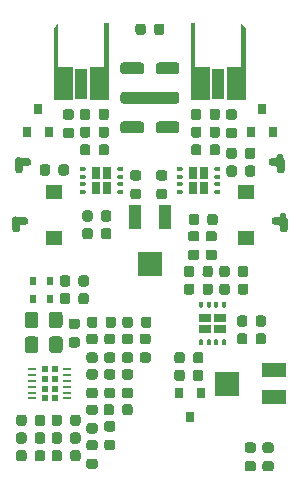
<source format=gtp>
G04 #@! TF.GenerationSoftware,KiCad,Pcbnew,5.1.9-73d0e3b20d~88~ubuntu20.04.1*
G04 #@! TF.CreationDate,2021-08-23T09:26:19+03:00*
G04 #@! TF.ProjectId,diff_probe_amplifier,64696666-5f70-4726-9f62-655f616d706c,rev?*
G04 #@! TF.SameCoordinates,Original*
G04 #@! TF.FileFunction,Paste,Top*
G04 #@! TF.FilePolarity,Positive*
%FSLAX46Y46*%
G04 Gerber Fmt 4.6, Leading zero omitted, Abs format (unit mm)*
G04 Created by KiCad (PCBNEW 5.1.9-73d0e3b20d~88~ubuntu20.04.1) date 2021-08-23 09:26:19*
%MOMM*%
%LPD*%
G01*
G04 APERTURE LIST*
%ADD10R,1.400000X1.200000*%
%ADD11R,0.500000X0.500000*%
%ADD12R,0.700000X0.250000*%
%ADD13C,0.350000*%
%ADD14R,1.100000X2.600000*%
%ADD15R,2.000000X1.300000*%
%ADD16R,2.000000X2.000000*%
%ADD17R,1.100000X2.000000*%
%ADD18R,0.800000X0.900000*%
%ADD19R,0.600000X0.700000*%
%ADD20O,0.300000X0.550000*%
%ADD21R,0.300000X0.200000*%
%ADD22R,1.000000X0.650000*%
%ADD23O,0.550000X0.300000*%
%ADD24R,0.200000X0.300000*%
%ADD25R,0.650000X1.000000*%
G04 APERTURE END LIST*
D10*
G04 #@! TO.C,C17*
X5900000Y-13000000D03*
X5900000Y-16850000D03*
G04 #@! TD*
G04 #@! TO.C,C16*
X22100000Y-16850000D03*
X22100000Y-13000000D03*
G04 #@! TD*
D11*
G04 #@! TO.C,U1*
X5075000Y-30437500D03*
X5925000Y-30437500D03*
X5075000Y-29612500D03*
X5925000Y-29612500D03*
X5075000Y-28787500D03*
X5925000Y-28787500D03*
X5925000Y-27962500D03*
X5075000Y-27962500D03*
D12*
X6950000Y-27950000D03*
X6950000Y-28450000D03*
X6950000Y-28950000D03*
X6950000Y-29450000D03*
X6950000Y-29950000D03*
X6950000Y-30450000D03*
X4050000Y-30450000D03*
X4050000Y-29950000D03*
X4050000Y-29450000D03*
X4050000Y-28950000D03*
X4050000Y-28450000D03*
X4050000Y-27950000D03*
G04 #@! TD*
D13*
G04 #@! TO.C,J8*
G36*
X5900000Y-5150000D02*
G01*
X5900000Y850000D01*
X6250000Y1350000D01*
X6250000Y-2350000D01*
X7450000Y-2350000D01*
X7450000Y-5150000D01*
X5900000Y-5150000D01*
G37*
G36*
X8950000Y-5150000D02*
G01*
X8950000Y-2350000D01*
X10150000Y-2350000D01*
X10150000Y1350000D01*
X10500000Y1350000D01*
X10500000Y-5150000D01*
X8950000Y-5150000D01*
G37*
D14*
X8200000Y-3850000D03*
G04 #@! TD*
D13*
G04 #@! TO.C,J7*
G36*
X17500000Y-5150000D02*
G01*
X17500000Y1350000D01*
X17850000Y1350000D01*
X17850000Y-2350000D01*
X19050000Y-2350000D01*
X19050000Y-5150000D01*
X17500000Y-5150000D01*
G37*
G36*
X20550000Y-5150000D02*
G01*
X20550000Y-2350000D01*
X21750000Y-2350000D01*
X21750000Y1350000D01*
X22100000Y850000D01*
X22100000Y-5150000D01*
X20550000Y-5150000D01*
G37*
D14*
X19800000Y-3850000D03*
G04 #@! TD*
D15*
G04 #@! TO.C,RV2*
X24500000Y-28050000D03*
D16*
X20500000Y-29200000D03*
D15*
X24500000Y-30350000D03*
G04 #@! TD*
D17*
G04 #@! TO.C,RV1*
X12750000Y-15100000D03*
D16*
X14000000Y-19100000D03*
D17*
X15250000Y-15100000D03*
G04 #@! TD*
G04 #@! TO.C,SW1*
G36*
G01*
X11750000Y-7000000D02*
X13250000Y-7000000D01*
G75*
G02*
X13500000Y-7250000I0J-250000D01*
G01*
X13500000Y-7750000D01*
G75*
G02*
X13250000Y-8000000I-250000J0D01*
G01*
X11750000Y-8000000D01*
G75*
G02*
X11500000Y-7750000I0J250000D01*
G01*
X11500000Y-7250000D01*
G75*
G02*
X11750000Y-7000000I250000J0D01*
G01*
G37*
G36*
G01*
X11750000Y-4500000D02*
X15250000Y-4500000D01*
G75*
G02*
X15500000Y-4750000I0J-250000D01*
G01*
X15500000Y-5250000D01*
G75*
G02*
X15250000Y-5500000I-250000J0D01*
G01*
X11750000Y-5500000D01*
G75*
G02*
X11500000Y-5250000I0J250000D01*
G01*
X11500000Y-4750000D01*
G75*
G02*
X11750000Y-4500000I250000J0D01*
G01*
G37*
G36*
G01*
X11750000Y-2000000D02*
X13250000Y-2000000D01*
G75*
G02*
X13500000Y-2250000I0J-250000D01*
G01*
X13500000Y-2750000D01*
G75*
G02*
X13250000Y-3000000I-250000J0D01*
G01*
X11750000Y-3000000D01*
G75*
G02*
X11500000Y-2750000I0J250000D01*
G01*
X11500000Y-2250000D01*
G75*
G02*
X11750000Y-2000000I250000J0D01*
G01*
G37*
G36*
G01*
X14750000Y-7000000D02*
X16250000Y-7000000D01*
G75*
G02*
X16500000Y-7250000I0J-250000D01*
G01*
X16500000Y-7750000D01*
G75*
G02*
X16250000Y-8000000I-250000J0D01*
G01*
X14750000Y-8000000D01*
G75*
G02*
X14500000Y-7750000I0J250000D01*
G01*
X14500000Y-7250000D01*
G75*
G02*
X14750000Y-7000000I250000J0D01*
G01*
G37*
G36*
G01*
X14750000Y-4500000D02*
X16250000Y-4500000D01*
G75*
G02*
X16500000Y-4750000I0J-250000D01*
G01*
X16500000Y-5250000D01*
G75*
G02*
X16250000Y-5500000I-250000J0D01*
G01*
X14750000Y-5500000D01*
G75*
G02*
X14500000Y-5250000I0J250000D01*
G01*
X14500000Y-4750000D01*
G75*
G02*
X14750000Y-4500000I250000J0D01*
G01*
G37*
G36*
G01*
X14750000Y-2000000D02*
X16250000Y-2000000D01*
G75*
G02*
X16500000Y-2250000I0J-250000D01*
G01*
X16500000Y-2750000D01*
G75*
G02*
X16250000Y-3000000I-250000J0D01*
G01*
X14750000Y-3000000D01*
G75*
G02*
X14500000Y-2750000I0J250000D01*
G01*
X14500000Y-2250000D01*
G75*
G02*
X14750000Y-2000000I250000J0D01*
G01*
G37*
G04 #@! TD*
G04 #@! TO.C,R8*
G36*
G01*
X24256250Y-35050000D02*
X23743750Y-35050000D01*
G75*
G02*
X23525000Y-34831250I0J218750D01*
G01*
X23525000Y-34393750D01*
G75*
G02*
X23743750Y-34175000I218750J0D01*
G01*
X24256250Y-34175000D01*
G75*
G02*
X24475000Y-34393750I0J-218750D01*
G01*
X24475000Y-34831250D01*
G75*
G02*
X24256250Y-35050000I-218750J0D01*
G01*
G37*
G36*
G01*
X24256250Y-36625000D02*
X23743750Y-36625000D01*
G75*
G02*
X23525000Y-36406250I0J218750D01*
G01*
X23525000Y-35968750D01*
G75*
G02*
X23743750Y-35750000I218750J0D01*
G01*
X24256250Y-35750000D01*
G75*
G02*
X24475000Y-35968750I0J-218750D01*
G01*
X24475000Y-36406250D01*
G75*
G02*
X24256250Y-36625000I-218750J0D01*
G01*
G37*
G04 #@! TD*
G04 #@! TO.C,R7*
G36*
G01*
X16950000Y-28243750D02*
X16950000Y-28756250D01*
G75*
G02*
X16731250Y-28975000I-218750J0D01*
G01*
X16293750Y-28975000D01*
G75*
G02*
X16075000Y-28756250I0J218750D01*
G01*
X16075000Y-28243750D01*
G75*
G02*
X16293750Y-28025000I218750J0D01*
G01*
X16731250Y-28025000D01*
G75*
G02*
X16950000Y-28243750I0J-218750D01*
G01*
G37*
G36*
G01*
X18525000Y-28243750D02*
X18525000Y-28756250D01*
G75*
G02*
X18306250Y-28975000I-218750J0D01*
G01*
X17868750Y-28975000D01*
G75*
G02*
X17650000Y-28756250I0J218750D01*
G01*
X17650000Y-28243750D01*
G75*
G02*
X17868750Y-28025000I218750J0D01*
G01*
X18306250Y-28025000D01*
G75*
G02*
X18525000Y-28243750I0J-218750D01*
G01*
G37*
G04 #@! TD*
G04 #@! TO.C,R4*
G36*
G01*
X13650000Y1056250D02*
X13650000Y543750D01*
G75*
G02*
X13431250Y325000I-218750J0D01*
G01*
X12993750Y325000D01*
G75*
G02*
X12775000Y543750I0J218750D01*
G01*
X12775000Y1056250D01*
G75*
G02*
X12993750Y1275000I218750J0D01*
G01*
X13431250Y1275000D01*
G75*
G02*
X13650000Y1056250I0J-218750D01*
G01*
G37*
G36*
G01*
X15225000Y1056250D02*
X15225000Y543750D01*
G75*
G02*
X15006250Y325000I-218750J0D01*
G01*
X14568750Y325000D01*
G75*
G02*
X14350000Y543750I0J218750D01*
G01*
X14350000Y1056250D01*
G75*
G02*
X14568750Y1275000I218750J0D01*
G01*
X15006250Y1275000D01*
G75*
G02*
X15225000Y1056250I0J-218750D01*
G01*
G37*
G04 #@! TD*
D18*
G04 #@! TO.C,D6*
X17400000Y-32000000D03*
X16450000Y-30000000D03*
X18350000Y-30000000D03*
G04 #@! TD*
G04 #@! TO.C,D5*
X4500000Y-5900000D03*
X5450000Y-7900000D03*
X3550000Y-7900000D03*
G04 #@! TD*
G04 #@! TO.C,D4*
X23500000Y-5900000D03*
X24450000Y-7900000D03*
X22550000Y-7900000D03*
G04 #@! TD*
G04 #@! TO.C,D3*
G36*
G01*
X22243750Y-35750000D02*
X22756250Y-35750000D01*
G75*
G02*
X22975000Y-35968750I0J-218750D01*
G01*
X22975000Y-36406250D01*
G75*
G02*
X22756250Y-36625000I-218750J0D01*
G01*
X22243750Y-36625000D01*
G75*
G02*
X22025000Y-36406250I0J218750D01*
G01*
X22025000Y-35968750D01*
G75*
G02*
X22243750Y-35750000I218750J0D01*
G01*
G37*
G36*
G01*
X22243750Y-34175000D02*
X22756250Y-34175000D01*
G75*
G02*
X22975000Y-34393750I0J-218750D01*
G01*
X22975000Y-34831250D01*
G75*
G02*
X22756250Y-35050000I-218750J0D01*
G01*
X22243750Y-35050000D01*
G75*
G02*
X22025000Y-34831250I0J218750D01*
G01*
X22025000Y-34393750D01*
G75*
G02*
X22243750Y-34175000I218750J0D01*
G01*
G37*
G04 #@! TD*
G04 #@! TO.C,C18*
G36*
G01*
X18450000Y-21456250D02*
X18450000Y-20943750D01*
G75*
G02*
X18668750Y-20725000I218750J0D01*
G01*
X19106250Y-20725000D01*
G75*
G02*
X19325000Y-20943750I0J-218750D01*
G01*
X19325000Y-21456250D01*
G75*
G02*
X19106250Y-21675000I-218750J0D01*
G01*
X18668750Y-21675000D01*
G75*
G02*
X18450000Y-21456250I0J218750D01*
G01*
G37*
G36*
G01*
X16875000Y-21456250D02*
X16875000Y-20943750D01*
G75*
G02*
X17093750Y-20725000I218750J0D01*
G01*
X17531250Y-20725000D01*
G75*
G02*
X17750000Y-20943750I0J-218750D01*
G01*
X17750000Y-21456250D01*
G75*
G02*
X17531250Y-21675000I-218750J0D01*
G01*
X17093750Y-21675000D01*
G75*
G02*
X16875000Y-21456250I0J218750D01*
G01*
G37*
G04 #@! TD*
G04 #@! TO.C,C21*
G36*
G01*
X9150000Y-14743750D02*
X9150000Y-15256250D01*
G75*
G02*
X8931250Y-15475000I-218750J0D01*
G01*
X8493750Y-15475000D01*
G75*
G02*
X8275000Y-15256250I0J218750D01*
G01*
X8275000Y-14743750D01*
G75*
G02*
X8493750Y-14525000I218750J0D01*
G01*
X8931250Y-14525000D01*
G75*
G02*
X9150000Y-14743750I0J-218750D01*
G01*
G37*
G36*
G01*
X10725000Y-14743750D02*
X10725000Y-15256250D01*
G75*
G02*
X10506250Y-15475000I-218750J0D01*
G01*
X10068750Y-15475000D01*
G75*
G02*
X9850000Y-15256250I0J218750D01*
G01*
X9850000Y-14743750D01*
G75*
G02*
X10068750Y-14525000I218750J0D01*
G01*
X10506250Y-14525000D01*
G75*
G02*
X10725000Y-14743750I0J-218750D01*
G01*
G37*
G04 #@! TD*
G04 #@! TO.C,C20*
G36*
G01*
X12543750Y-12700000D02*
X13056250Y-12700000D01*
G75*
G02*
X13275000Y-12918750I0J-218750D01*
G01*
X13275000Y-13356250D01*
G75*
G02*
X13056250Y-13575000I-218750J0D01*
G01*
X12543750Y-13575000D01*
G75*
G02*
X12325000Y-13356250I0J218750D01*
G01*
X12325000Y-12918750D01*
G75*
G02*
X12543750Y-12700000I218750J0D01*
G01*
G37*
G36*
G01*
X12543750Y-11125000D02*
X13056250Y-11125000D01*
G75*
G02*
X13275000Y-11343750I0J-218750D01*
G01*
X13275000Y-11781250D01*
G75*
G02*
X13056250Y-12000000I-218750J0D01*
G01*
X12543750Y-12000000D01*
G75*
G02*
X12325000Y-11781250I0J218750D01*
G01*
X12325000Y-11343750D01*
G75*
G02*
X12543750Y-11125000I218750J0D01*
G01*
G37*
G04 #@! TD*
G04 #@! TO.C,L4*
G36*
G01*
X4550000Y-23349999D02*
X4550000Y-24250001D01*
G75*
G02*
X4300001Y-24500000I-249999J0D01*
G01*
X3649999Y-24500000D01*
G75*
G02*
X3400000Y-24250001I0J249999D01*
G01*
X3400000Y-23349999D01*
G75*
G02*
X3649999Y-23100000I249999J0D01*
G01*
X4300001Y-23100000D01*
G75*
G02*
X4550000Y-23349999I0J-249999D01*
G01*
G37*
G36*
G01*
X6600000Y-23349999D02*
X6600000Y-24250001D01*
G75*
G02*
X6350001Y-24500000I-249999J0D01*
G01*
X5699999Y-24500000D01*
G75*
G02*
X5450000Y-24250001I0J249999D01*
G01*
X5450000Y-23349999D01*
G75*
G02*
X5699999Y-23100000I249999J0D01*
G01*
X6350001Y-23100000D01*
G75*
G02*
X6600000Y-23349999I0J-249999D01*
G01*
G37*
G04 #@! TD*
G04 #@! TO.C,L3*
G36*
G01*
X4550000Y-25449999D02*
X4550000Y-26350001D01*
G75*
G02*
X4300001Y-26600000I-249999J0D01*
G01*
X3649999Y-26600000D01*
G75*
G02*
X3400000Y-26350001I0J249999D01*
G01*
X3400000Y-25449999D01*
G75*
G02*
X3649999Y-25200000I249999J0D01*
G01*
X4300001Y-25200000D01*
G75*
G02*
X4550000Y-25449999I0J-249999D01*
G01*
G37*
G36*
G01*
X6600000Y-25449999D02*
X6600000Y-26350001D01*
G75*
G02*
X6350001Y-26600000I-249999J0D01*
G01*
X5699999Y-26600000D01*
G75*
G02*
X5450000Y-26350001I0J249999D01*
G01*
X5450000Y-25449999D01*
G75*
G02*
X5699999Y-25200000I249999J0D01*
G01*
X6350001Y-25200000D01*
G75*
G02*
X6600000Y-25449999I0J-249999D01*
G01*
G37*
G04 #@! TD*
G04 #@! TO.C,C22*
G36*
G01*
X14743750Y-12700000D02*
X15256250Y-12700000D01*
G75*
G02*
X15475000Y-12918750I0J-218750D01*
G01*
X15475000Y-13356250D01*
G75*
G02*
X15256250Y-13575000I-218750J0D01*
G01*
X14743750Y-13575000D01*
G75*
G02*
X14525000Y-13356250I0J218750D01*
G01*
X14525000Y-12918750D01*
G75*
G02*
X14743750Y-12700000I218750J0D01*
G01*
G37*
G36*
G01*
X14743750Y-11125000D02*
X15256250Y-11125000D01*
G75*
G02*
X15475000Y-11343750I0J-218750D01*
G01*
X15475000Y-11781250D01*
G75*
G02*
X15256250Y-12000000I-218750J0D01*
G01*
X14743750Y-12000000D01*
G75*
G02*
X14525000Y-11781250I0J218750D01*
G01*
X14525000Y-11343750D01*
G75*
G02*
X14743750Y-11125000I218750J0D01*
G01*
G37*
G04 #@! TD*
G04 #@! TO.C,J4*
G36*
G01*
X25299309Y-11332997D02*
X24899857Y-11353932D01*
G75*
G02*
X24847309Y-11306618I-2617J49931D01*
G01*
X24842075Y-11206755D01*
G75*
G02*
X24889389Y-11154207I49931J2617D01*
G01*
X25288841Y-11133272D01*
G75*
G02*
X25341389Y-11180586I2617J-49931D01*
G01*
X25346623Y-11280449D01*
G75*
G02*
X25299309Y-11332997I-49931J-2617D01*
G01*
G37*
G36*
G01*
X25270524Y-10783750D02*
X24871072Y-10804685D01*
G75*
G02*
X24818524Y-10757371I-2617J49931D01*
G01*
X24813290Y-10657508D01*
G75*
G02*
X24860604Y-10604960I49931J2617D01*
G01*
X25260056Y-10584025D01*
G75*
G02*
X25312604Y-10631339I2617J-49931D01*
G01*
X25317838Y-10731202D01*
G75*
G02*
X25270524Y-10783750I-49931J-2617D01*
G01*
G37*
G36*
G01*
X24111633Y-10644212D02*
X24090698Y-10244760D01*
G75*
G02*
X24138012Y-10192212I49931J2617D01*
G01*
X24237875Y-10186978D01*
G75*
G02*
X24290423Y-10234292I2617J-49931D01*
G01*
X24311358Y-10633744D01*
G75*
G02*
X24264044Y-10686292I-49931J-2617D01*
G01*
X24164181Y-10691526D01*
G75*
G02*
X24111633Y-10644212I-2617J49931D01*
G01*
G37*
G36*
G01*
X24891016Y-9752199D02*
X25140673Y-9739115D01*
G75*
G02*
X25272044Y-9857402I6542J-124829D01*
G01*
X25295595Y-10306786D01*
G75*
G02*
X25177308Y-10438157I-124829J-6542D01*
G01*
X24927651Y-10451241D01*
G75*
G02*
X24796280Y-10332954I-6542J124829D01*
G01*
X24772729Y-9883570D01*
G75*
G02*
X24891016Y-9752199I124829J6542D01*
G01*
G37*
G36*
G01*
X24110324Y-10619246D02*
X24092006Y-10269725D01*
G75*
G02*
X24257607Y-10085806I174760J9159D01*
G01*
X25206305Y-10036087D01*
G75*
G02*
X25390224Y-10201688I9159J-174760D01*
G01*
X25408542Y-10551209D01*
G75*
G02*
X25242941Y-10735128I-174760J-9159D01*
G01*
X24294243Y-10784847D01*
G75*
G02*
X24110324Y-10619246I-9159J174760D01*
G01*
G37*
G36*
G01*
X24856785Y-10054405D02*
X25206306Y-10036087D01*
G75*
G02*
X25390225Y-10201688I9159J-174760D01*
G01*
X25439944Y-11150386D01*
G75*
G02*
X25274343Y-11334305I-174760J-9159D01*
G01*
X24924822Y-11352623D01*
G75*
G02*
X24740903Y-11187022I-9159J174760D01*
G01*
X24691184Y-10238324D01*
G75*
G02*
X24856785Y-10054405I174760J9159D01*
G01*
G37*
G04 #@! TD*
G04 #@! TO.C,J3*
G36*
G01*
X25549309Y-16332997D02*
X25149857Y-16353932D01*
G75*
G02*
X25097309Y-16306618I-2617J49931D01*
G01*
X25092075Y-16206755D01*
G75*
G02*
X25139389Y-16154207I49931J2617D01*
G01*
X25538841Y-16133272D01*
G75*
G02*
X25591389Y-16180586I2617J-49931D01*
G01*
X25596623Y-16280449D01*
G75*
G02*
X25549309Y-16332997I-49931J-2617D01*
G01*
G37*
G36*
G01*
X25520524Y-15783750D02*
X25121072Y-15804685D01*
G75*
G02*
X25068524Y-15757371I-2617J49931D01*
G01*
X25063290Y-15657508D01*
G75*
G02*
X25110604Y-15604960I49931J2617D01*
G01*
X25510056Y-15584025D01*
G75*
G02*
X25562604Y-15631339I2617J-49931D01*
G01*
X25567838Y-15731202D01*
G75*
G02*
X25520524Y-15783750I-49931J-2617D01*
G01*
G37*
G36*
G01*
X24361633Y-15644212D02*
X24340698Y-15244760D01*
G75*
G02*
X24388012Y-15192212I49931J2617D01*
G01*
X24487875Y-15186978D01*
G75*
G02*
X24540423Y-15234292I2617J-49931D01*
G01*
X24561358Y-15633744D01*
G75*
G02*
X24514044Y-15686292I-49931J-2617D01*
G01*
X24414181Y-15691526D01*
G75*
G02*
X24361633Y-15644212I-2617J49931D01*
G01*
G37*
G36*
G01*
X25141016Y-14752199D02*
X25390673Y-14739115D01*
G75*
G02*
X25522044Y-14857402I6542J-124829D01*
G01*
X25545595Y-15306786D01*
G75*
G02*
X25427308Y-15438157I-124829J-6542D01*
G01*
X25177651Y-15451241D01*
G75*
G02*
X25046280Y-15332954I-6542J124829D01*
G01*
X25022729Y-14883570D01*
G75*
G02*
X25141016Y-14752199I124829J6542D01*
G01*
G37*
G36*
G01*
X24360324Y-15619246D02*
X24342006Y-15269725D01*
G75*
G02*
X24507607Y-15085806I174760J9159D01*
G01*
X25456305Y-15036087D01*
G75*
G02*
X25640224Y-15201688I9159J-174760D01*
G01*
X25658542Y-15551209D01*
G75*
G02*
X25492941Y-15735128I-174760J-9159D01*
G01*
X24544243Y-15784847D01*
G75*
G02*
X24360324Y-15619246I-9159J174760D01*
G01*
G37*
G36*
G01*
X25106785Y-15054405D02*
X25456306Y-15036087D01*
G75*
G02*
X25640225Y-15201688I9159J-174760D01*
G01*
X25689944Y-16150386D01*
G75*
G02*
X25524343Y-16334305I-174760J-9159D01*
G01*
X25174822Y-16352623D01*
G75*
G02*
X24990903Y-16187022I-9159J174760D01*
G01*
X24941184Y-15238324D01*
G75*
G02*
X25106785Y-15054405I174760J9159D01*
G01*
G37*
G04 #@! TD*
G04 #@! TO.C,J6*
G36*
G01*
X3659302Y-15244760D02*
X3638367Y-15644212D01*
G75*
G02*
X3585819Y-15691526I-49931J2617D01*
G01*
X3485956Y-15686292D01*
G75*
G02*
X3438642Y-15633744I2617J49931D01*
G01*
X3459577Y-15234292D01*
G75*
G02*
X3512125Y-15186978I49931J-2617D01*
G01*
X3611988Y-15192212D01*
G75*
G02*
X3659302Y-15244760I-2617J-49931D01*
G01*
G37*
G36*
G01*
X2850143Y-16353932D02*
X2450691Y-16332997D01*
G75*
G02*
X2403377Y-16280449I2617J49931D01*
G01*
X2408611Y-16180586D01*
G75*
G02*
X2461159Y-16133272I49931J-2617D01*
G01*
X2860611Y-16154207D01*
G75*
G02*
X2907925Y-16206755I-2617J-49931D01*
G01*
X2902691Y-16306618D01*
G75*
G02*
X2850143Y-16353932I-49931J2617D01*
G01*
G37*
G36*
G01*
X2825178Y-16352623D02*
X2475657Y-16334305D01*
G75*
G02*
X2310056Y-16150386I9159J174760D01*
G01*
X2359775Y-15201688D01*
G75*
G02*
X2543694Y-15036087I174760J-9159D01*
G01*
X2893215Y-15054405D01*
G75*
G02*
X3058816Y-15238324I-9159J-174760D01*
G01*
X3009097Y-16187022D01*
G75*
G02*
X2825178Y-16352623I-174760J9159D01*
G01*
G37*
G36*
G01*
X2341458Y-15551209D02*
X2359776Y-15201688D01*
G75*
G02*
X2543695Y-15036087I174760J-9159D01*
G01*
X3492393Y-15085806D01*
G75*
G02*
X3657994Y-15269725I-9159J-174760D01*
G01*
X3639676Y-15619246D01*
G75*
G02*
X3455757Y-15784847I-174760J9159D01*
G01*
X2507059Y-15735128D01*
G75*
G02*
X2341458Y-15551209I9159J174760D01*
G01*
G37*
G04 #@! TD*
G04 #@! TO.C,J5*
G36*
G01*
X3909302Y-10244760D02*
X3888367Y-10644212D01*
G75*
G02*
X3835819Y-10691526I-49931J2617D01*
G01*
X3735956Y-10686292D01*
G75*
G02*
X3688642Y-10633744I2617J49931D01*
G01*
X3709577Y-10234292D01*
G75*
G02*
X3762125Y-10186978I49931J-2617D01*
G01*
X3861988Y-10192212D01*
G75*
G02*
X3909302Y-10244760I-2617J-49931D01*
G01*
G37*
G36*
G01*
X3100143Y-11353932D02*
X2700691Y-11332997D01*
G75*
G02*
X2653377Y-11280449I2617J49931D01*
G01*
X2658611Y-11180586D01*
G75*
G02*
X2711159Y-11133272I49931J-2617D01*
G01*
X3110611Y-11154207D01*
G75*
G02*
X3157925Y-11206755I-2617J-49931D01*
G01*
X3152691Y-11306618D01*
G75*
G02*
X3100143Y-11353932I-49931J2617D01*
G01*
G37*
G36*
G01*
X3075178Y-11352623D02*
X2725657Y-11334305D01*
G75*
G02*
X2560056Y-11150386I9159J174760D01*
G01*
X2609775Y-10201688D01*
G75*
G02*
X2793694Y-10036087I174760J-9159D01*
G01*
X3143215Y-10054405D01*
G75*
G02*
X3308816Y-10238324I-9159J-174760D01*
G01*
X3259097Y-11187022D01*
G75*
G02*
X3075178Y-11352623I-174760J9159D01*
G01*
G37*
G36*
G01*
X2591458Y-10551209D02*
X2609776Y-10201688D01*
G75*
G02*
X2793695Y-10036087I174760J-9159D01*
G01*
X3742393Y-10085806D01*
G75*
G02*
X3907994Y-10269725I-9159J-174760D01*
G01*
X3889676Y-10619246D01*
G75*
G02*
X3705757Y-10784847I-174760J9159D01*
G01*
X2757059Y-10735128D01*
G75*
G02*
X2591458Y-10551209I9159J174760D01*
G01*
G37*
G04 #@! TD*
G04 #@! TO.C,R23*
G36*
G01*
X22050000Y-11456250D02*
X22050000Y-10943750D01*
G75*
G02*
X22268750Y-10725000I218750J0D01*
G01*
X22706250Y-10725000D01*
G75*
G02*
X22925000Y-10943750I0J-218750D01*
G01*
X22925000Y-11456250D01*
G75*
G02*
X22706250Y-11675000I-218750J0D01*
G01*
X22268750Y-11675000D01*
G75*
G02*
X22050000Y-11456250I0J218750D01*
G01*
G37*
G36*
G01*
X20475000Y-11456250D02*
X20475000Y-10943750D01*
G75*
G02*
X20693750Y-10725000I218750J0D01*
G01*
X21131250Y-10725000D01*
G75*
G02*
X21350000Y-10943750I0J-218750D01*
G01*
X21350000Y-11456250D01*
G75*
G02*
X21131250Y-11675000I-218750J0D01*
G01*
X20693750Y-11675000D01*
G75*
G02*
X20475000Y-11456250I0J218750D01*
G01*
G37*
G04 #@! TD*
G04 #@! TO.C,R11*
G36*
G01*
X5550000Y-10843750D02*
X5550000Y-11356250D01*
G75*
G02*
X5331250Y-11575000I-218750J0D01*
G01*
X4893750Y-11575000D01*
G75*
G02*
X4675000Y-11356250I0J218750D01*
G01*
X4675000Y-10843750D01*
G75*
G02*
X4893750Y-10625000I218750J0D01*
G01*
X5331250Y-10625000D01*
G75*
G02*
X5550000Y-10843750I0J-218750D01*
G01*
G37*
G36*
G01*
X7125000Y-10843750D02*
X7125000Y-11356250D01*
G75*
G02*
X6906250Y-11575000I-218750J0D01*
G01*
X6468750Y-11575000D01*
G75*
G02*
X6250000Y-11356250I0J218750D01*
G01*
X6250000Y-10843750D01*
G75*
G02*
X6468750Y-10625000I218750J0D01*
G01*
X6906250Y-10625000D01*
G75*
G02*
X7125000Y-10843750I0J-218750D01*
G01*
G37*
G04 #@! TD*
G04 #@! TO.C,L9*
G36*
G01*
X10950000Y-31143750D02*
X10950000Y-31656250D01*
G75*
G02*
X10731250Y-31875000I-218750J0D01*
G01*
X10293750Y-31875000D01*
G75*
G02*
X10075000Y-31656250I0J218750D01*
G01*
X10075000Y-31143750D01*
G75*
G02*
X10293750Y-30925000I218750J0D01*
G01*
X10731250Y-30925000D01*
G75*
G02*
X10950000Y-31143750I0J-218750D01*
G01*
G37*
G36*
G01*
X12525000Y-31143750D02*
X12525000Y-31656250D01*
G75*
G02*
X12306250Y-31875000I-218750J0D01*
G01*
X11868750Y-31875000D01*
G75*
G02*
X11650000Y-31656250I0J218750D01*
G01*
X11650000Y-31143750D01*
G75*
G02*
X11868750Y-30925000I218750J0D01*
G01*
X12306250Y-30925000D01*
G75*
G02*
X12525000Y-31143750I0J-218750D01*
G01*
G37*
G04 #@! TD*
G04 #@! TO.C,C11*
G36*
G01*
X8950000Y-7643750D02*
X8950000Y-8156250D01*
G75*
G02*
X8731250Y-8375000I-218750J0D01*
G01*
X8293750Y-8375000D01*
G75*
G02*
X8075000Y-8156250I0J218750D01*
G01*
X8075000Y-7643750D01*
G75*
G02*
X8293750Y-7425000I218750J0D01*
G01*
X8731250Y-7425000D01*
G75*
G02*
X8950000Y-7643750I0J-218750D01*
G01*
G37*
G36*
G01*
X10525000Y-7643750D02*
X10525000Y-8156250D01*
G75*
G02*
X10306250Y-8375000I-218750J0D01*
G01*
X9868750Y-8375000D01*
G75*
G02*
X9650000Y-8156250I0J218750D01*
G01*
X9650000Y-7643750D01*
G75*
G02*
X9868750Y-7425000I218750J0D01*
G01*
X10306250Y-7425000D01*
G75*
G02*
X10525000Y-7643750I0J-218750D01*
G01*
G37*
G04 #@! TD*
G04 #@! TO.C,C1*
G36*
G01*
X18350000Y-7643750D02*
X18350000Y-8156250D01*
G75*
G02*
X18131250Y-8375000I-218750J0D01*
G01*
X17693750Y-8375000D01*
G75*
G02*
X17475000Y-8156250I0J218750D01*
G01*
X17475000Y-7643750D01*
G75*
G02*
X17693750Y-7425000I218750J0D01*
G01*
X18131250Y-7425000D01*
G75*
G02*
X18350000Y-7643750I0J-218750D01*
G01*
G37*
G36*
G01*
X19925000Y-7643750D02*
X19925000Y-8156250D01*
G75*
G02*
X19706250Y-8375000I-218750J0D01*
G01*
X19268750Y-8375000D01*
G75*
G02*
X19050000Y-8156250I0J218750D01*
G01*
X19050000Y-7643750D01*
G75*
G02*
X19268750Y-7425000I218750J0D01*
G01*
X19706250Y-7425000D01*
G75*
G02*
X19925000Y-7643750I0J-218750D01*
G01*
G37*
G04 #@! TD*
G04 #@! TO.C,R12*
G36*
G01*
X18150000Y-15043750D02*
X18150000Y-15556250D01*
G75*
G02*
X17931250Y-15775000I-218750J0D01*
G01*
X17493750Y-15775000D01*
G75*
G02*
X17275000Y-15556250I0J218750D01*
G01*
X17275000Y-15043750D01*
G75*
G02*
X17493750Y-14825000I218750J0D01*
G01*
X17931250Y-14825000D01*
G75*
G02*
X18150000Y-15043750I0J-218750D01*
G01*
G37*
G36*
G01*
X19725000Y-15043750D02*
X19725000Y-15556250D01*
G75*
G02*
X19506250Y-15775000I-218750J0D01*
G01*
X19068750Y-15775000D01*
G75*
G02*
X18850000Y-15556250I0J218750D01*
G01*
X18850000Y-15043750D01*
G75*
G02*
X19068750Y-14825000I218750J0D01*
G01*
X19506250Y-14825000D01*
G75*
G02*
X19725000Y-15043750I0J-218750D01*
G01*
G37*
G04 #@! TD*
G04 #@! TO.C,L8*
G36*
G01*
X13343750Y-26550000D02*
X13856250Y-26550000D01*
G75*
G02*
X14075000Y-26768750I0J-218750D01*
G01*
X14075000Y-27206250D01*
G75*
G02*
X13856250Y-27425000I-218750J0D01*
G01*
X13343750Y-27425000D01*
G75*
G02*
X13125000Y-27206250I0J218750D01*
G01*
X13125000Y-26768750D01*
G75*
G02*
X13343750Y-26550000I218750J0D01*
G01*
G37*
G36*
G01*
X13343750Y-24975000D02*
X13856250Y-24975000D01*
G75*
G02*
X14075000Y-25193750I0J-218750D01*
G01*
X14075000Y-25631250D01*
G75*
G02*
X13856250Y-25850000I-218750J0D01*
G01*
X13343750Y-25850000D01*
G75*
G02*
X13125000Y-25631250I0J218750D01*
G01*
X13125000Y-25193750D01*
G75*
G02*
X13343750Y-24975000I218750J0D01*
G01*
G37*
G04 #@! TD*
G04 #@! TO.C,L7*
G36*
G01*
X8843750Y-26550000D02*
X9356250Y-26550000D01*
G75*
G02*
X9575000Y-26768750I0J-218750D01*
G01*
X9575000Y-27206250D01*
G75*
G02*
X9356250Y-27425000I-218750J0D01*
G01*
X8843750Y-27425000D01*
G75*
G02*
X8625000Y-27206250I0J218750D01*
G01*
X8625000Y-26768750D01*
G75*
G02*
X8843750Y-26550000I218750J0D01*
G01*
G37*
G36*
G01*
X8843750Y-24975000D02*
X9356250Y-24975000D01*
G75*
G02*
X9575000Y-25193750I0J-218750D01*
G01*
X9575000Y-25631250D01*
G75*
G02*
X9356250Y-25850000I-218750J0D01*
G01*
X8843750Y-25850000D01*
G75*
G02*
X8625000Y-25631250I0J218750D01*
G01*
X8625000Y-25193750D01*
G75*
G02*
X8843750Y-24975000I218750J0D01*
G01*
G37*
G04 #@! TD*
G04 #@! TO.C,L1*
G36*
G01*
X10856250Y-33250000D02*
X10343750Y-33250000D01*
G75*
G02*
X10125000Y-33031250I0J218750D01*
G01*
X10125000Y-32593750D01*
G75*
G02*
X10343750Y-32375000I218750J0D01*
G01*
X10856250Y-32375000D01*
G75*
G02*
X11075000Y-32593750I0J-218750D01*
G01*
X11075000Y-33031250D01*
G75*
G02*
X10856250Y-33250000I-218750J0D01*
G01*
G37*
G36*
G01*
X10856250Y-34825000D02*
X10343750Y-34825000D01*
G75*
G02*
X10125000Y-34606250I0J218750D01*
G01*
X10125000Y-34168750D01*
G75*
G02*
X10343750Y-33950000I218750J0D01*
G01*
X10856250Y-33950000D01*
G75*
G02*
X11075000Y-34168750I0J-218750D01*
G01*
X11075000Y-34606250D01*
G75*
G02*
X10856250Y-34825000I-218750J0D01*
G01*
G37*
G04 #@! TD*
G04 #@! TO.C,R15*
G36*
G01*
X9650000Y-9656250D02*
X9650000Y-9143750D01*
G75*
G02*
X9868750Y-8925000I218750J0D01*
G01*
X10306250Y-8925000D01*
G75*
G02*
X10525000Y-9143750I0J-218750D01*
G01*
X10525000Y-9656250D01*
G75*
G02*
X10306250Y-9875000I-218750J0D01*
G01*
X9868750Y-9875000D01*
G75*
G02*
X9650000Y-9656250I0J218750D01*
G01*
G37*
G36*
G01*
X8075000Y-9656250D02*
X8075000Y-9143750D01*
G75*
G02*
X8293750Y-8925000I218750J0D01*
G01*
X8731250Y-8925000D01*
G75*
G02*
X8950000Y-9143750I0J-218750D01*
G01*
X8950000Y-9656250D01*
G75*
G02*
X8731250Y-9875000I-218750J0D01*
G01*
X8293750Y-9875000D01*
G75*
G02*
X8075000Y-9656250I0J218750D01*
G01*
G37*
G04 #@! TD*
G04 #@! TO.C,C26*
G36*
G01*
X8843750Y-29550000D02*
X9356250Y-29550000D01*
G75*
G02*
X9575000Y-29768750I0J-218750D01*
G01*
X9575000Y-30206250D01*
G75*
G02*
X9356250Y-30425000I-218750J0D01*
G01*
X8843750Y-30425000D01*
G75*
G02*
X8625000Y-30206250I0J218750D01*
G01*
X8625000Y-29768750D01*
G75*
G02*
X8843750Y-29550000I218750J0D01*
G01*
G37*
G36*
G01*
X8843750Y-27975000D02*
X9356250Y-27975000D01*
G75*
G02*
X9575000Y-28193750I0J-218750D01*
G01*
X9575000Y-28631250D01*
G75*
G02*
X9356250Y-28850000I-218750J0D01*
G01*
X8843750Y-28850000D01*
G75*
G02*
X8625000Y-28631250I0J218750D01*
G01*
X8625000Y-28193750D01*
G75*
G02*
X8843750Y-27975000I218750J0D01*
G01*
G37*
G04 #@! TD*
D19*
G04 #@! TO.C,D2*
X5500000Y-22000000D03*
X4100000Y-22000000D03*
G04 #@! TD*
G04 #@! TO.C,D1*
X4100000Y-20500000D03*
X5500000Y-20500000D03*
G04 #@! TD*
D20*
G04 #@! TO.C,U4*
X20275000Y-25650000D03*
X19625000Y-25650000D03*
D21*
X18975000Y-25850000D03*
X18325000Y-25850000D03*
X18325000Y-22350000D03*
D20*
X18975000Y-22550000D03*
D21*
X19625000Y-22350000D03*
X20275000Y-22350000D03*
D22*
X18675000Y-24550000D03*
X18675000Y-23650000D03*
X19925000Y-24550000D03*
X19925000Y-23650000D03*
D21*
X20275000Y-25850000D03*
X19625000Y-25850000D03*
D20*
X18975000Y-25650000D03*
X18325000Y-25650000D03*
X18325000Y-22550000D03*
D21*
X18975000Y-22350000D03*
D20*
X19625000Y-22550000D03*
X20275000Y-22550000D03*
G04 #@! TD*
D23*
G04 #@! TO.C,U3*
X11450000Y-11025000D03*
X11450000Y-11675000D03*
D24*
X11650000Y-12325000D03*
X11650000Y-12975000D03*
X8150000Y-12975000D03*
D23*
X8350000Y-12325000D03*
D24*
X8150000Y-11675000D03*
X8150000Y-11025000D03*
D25*
X10350000Y-12625000D03*
X9450000Y-12625000D03*
X10350000Y-11375000D03*
X9450000Y-11375000D03*
D24*
X11650000Y-11025000D03*
X11650000Y-11675000D03*
D23*
X11450000Y-12325000D03*
X11450000Y-12975000D03*
X8350000Y-12975000D03*
D24*
X8150000Y-12325000D03*
D23*
X8350000Y-11675000D03*
X8350000Y-11025000D03*
G04 #@! TD*
G04 #@! TO.C,U2*
X16550000Y-12975000D03*
X16550000Y-12325000D03*
D24*
X16350000Y-11675000D03*
X16350000Y-11025000D03*
X19850000Y-11025000D03*
D23*
X19650000Y-11675000D03*
D24*
X19850000Y-12325000D03*
X19850000Y-12975000D03*
D25*
X17650000Y-11375000D03*
X18550000Y-11375000D03*
X17650000Y-12625000D03*
X18550000Y-12625000D03*
D24*
X16350000Y-12975000D03*
X16350000Y-12325000D03*
D23*
X16550000Y-11675000D03*
X16550000Y-11025000D03*
X19650000Y-11025000D03*
D24*
X19850000Y-11675000D03*
D23*
X19650000Y-12325000D03*
X19650000Y-12975000D03*
G04 #@! TD*
G04 #@! TO.C,R22*
G36*
G01*
X17650000Y-27256250D02*
X17650000Y-26743750D01*
G75*
G02*
X17868750Y-26525000I218750J0D01*
G01*
X18306250Y-26525000D01*
G75*
G02*
X18525000Y-26743750I0J-218750D01*
G01*
X18525000Y-27256250D01*
G75*
G02*
X18306250Y-27475000I-218750J0D01*
G01*
X17868750Y-27475000D01*
G75*
G02*
X17650000Y-27256250I0J218750D01*
G01*
G37*
G36*
G01*
X16075000Y-27256250D02*
X16075000Y-26743750D01*
G75*
G02*
X16293750Y-26525000I218750J0D01*
G01*
X16731250Y-26525000D01*
G75*
G02*
X16950000Y-26743750I0J-218750D01*
G01*
X16950000Y-27256250D01*
G75*
G02*
X16731250Y-27475000I-218750J0D01*
G01*
X16293750Y-27475000D01*
G75*
G02*
X16075000Y-27256250I0J218750D01*
G01*
G37*
G04 #@! TD*
G04 #@! TO.C,R21*
G36*
G01*
X21437500Y-19956250D02*
X21437500Y-19443750D01*
G75*
G02*
X21656250Y-19225000I218750J0D01*
G01*
X22093750Y-19225000D01*
G75*
G02*
X22312500Y-19443750I0J-218750D01*
G01*
X22312500Y-19956250D01*
G75*
G02*
X22093750Y-20175000I-218750J0D01*
G01*
X21656250Y-20175000D01*
G75*
G02*
X21437500Y-19956250I0J218750D01*
G01*
G37*
G36*
G01*
X19862500Y-19956250D02*
X19862500Y-19443750D01*
G75*
G02*
X20081250Y-19225000I218750J0D01*
G01*
X20518750Y-19225000D01*
G75*
G02*
X20737500Y-19443750I0J-218750D01*
G01*
X20737500Y-19956250D01*
G75*
G02*
X20518750Y-20175000I-218750J0D01*
G01*
X20081250Y-20175000D01*
G75*
G02*
X19862500Y-19956250I0J218750D01*
G01*
G37*
G04 #@! TD*
G04 #@! TO.C,R20*
G36*
G01*
X17750000Y-19443750D02*
X17750000Y-19956250D01*
G75*
G02*
X17531250Y-20175000I-218750J0D01*
G01*
X17093750Y-20175000D01*
G75*
G02*
X16875000Y-19956250I0J218750D01*
G01*
X16875000Y-19443750D01*
G75*
G02*
X17093750Y-19225000I218750J0D01*
G01*
X17531250Y-19225000D01*
G75*
G02*
X17750000Y-19443750I0J-218750D01*
G01*
G37*
G36*
G01*
X19325000Y-19443750D02*
X19325000Y-19956250D01*
G75*
G02*
X19106250Y-20175000I-218750J0D01*
G01*
X18668750Y-20175000D01*
G75*
G02*
X18450000Y-19956250I0J218750D01*
G01*
X18450000Y-19443750D01*
G75*
G02*
X18668750Y-19225000I218750J0D01*
G01*
X19106250Y-19225000D01*
G75*
G02*
X19325000Y-19443750I0J-218750D01*
G01*
G37*
G04 #@! TD*
G04 #@! TO.C,R19*
G36*
G01*
X18943750Y-17850000D02*
X19456250Y-17850000D01*
G75*
G02*
X19675000Y-18068750I0J-218750D01*
G01*
X19675000Y-18506250D01*
G75*
G02*
X19456250Y-18725000I-218750J0D01*
G01*
X18943750Y-18725000D01*
G75*
G02*
X18725000Y-18506250I0J218750D01*
G01*
X18725000Y-18068750D01*
G75*
G02*
X18943750Y-17850000I218750J0D01*
G01*
G37*
G36*
G01*
X18943750Y-16275000D02*
X19456250Y-16275000D01*
G75*
G02*
X19675000Y-16493750I0J-218750D01*
G01*
X19675000Y-16931250D01*
G75*
G02*
X19456250Y-17150000I-218750J0D01*
G01*
X18943750Y-17150000D01*
G75*
G02*
X18725000Y-16931250I0J218750D01*
G01*
X18725000Y-16493750D01*
G75*
G02*
X18943750Y-16275000I218750J0D01*
G01*
G37*
G04 #@! TD*
G04 #@! TO.C,R18*
G36*
G01*
X17443750Y-17850000D02*
X17956250Y-17850000D01*
G75*
G02*
X18175000Y-18068750I0J-218750D01*
G01*
X18175000Y-18506250D01*
G75*
G02*
X17956250Y-18725000I-218750J0D01*
G01*
X17443750Y-18725000D01*
G75*
G02*
X17225000Y-18506250I0J218750D01*
G01*
X17225000Y-18068750D01*
G75*
G02*
X17443750Y-17850000I218750J0D01*
G01*
G37*
G36*
G01*
X17443750Y-16275000D02*
X17956250Y-16275000D01*
G75*
G02*
X18175000Y-16493750I0J-218750D01*
G01*
X18175000Y-16931250D01*
G75*
G02*
X17956250Y-17150000I-218750J0D01*
G01*
X17443750Y-17150000D01*
G75*
G02*
X17225000Y-16931250I0J218750D01*
G01*
X17225000Y-16493750D01*
G75*
G02*
X17443750Y-16275000I218750J0D01*
G01*
G37*
G04 #@! TD*
G04 #@! TO.C,R17*
G36*
G01*
X9650000Y-6656250D02*
X9650000Y-6143750D01*
G75*
G02*
X9868750Y-5925000I218750J0D01*
G01*
X10306250Y-5925000D01*
G75*
G02*
X10525000Y-6143750I0J-218750D01*
G01*
X10525000Y-6656250D01*
G75*
G02*
X10306250Y-6875000I-218750J0D01*
G01*
X9868750Y-6875000D01*
G75*
G02*
X9650000Y-6656250I0J218750D01*
G01*
G37*
G36*
G01*
X8075000Y-6656250D02*
X8075000Y-6143750D01*
G75*
G02*
X8293750Y-5925000I218750J0D01*
G01*
X8731250Y-5925000D01*
G75*
G02*
X8950000Y-6143750I0J-218750D01*
G01*
X8950000Y-6656250D01*
G75*
G02*
X8731250Y-6875000I-218750J0D01*
G01*
X8293750Y-6875000D01*
G75*
G02*
X8075000Y-6656250I0J218750D01*
G01*
G37*
G04 #@! TD*
G04 #@! TO.C,R16*
G36*
G01*
X18350000Y-6143750D02*
X18350000Y-6656250D01*
G75*
G02*
X18131250Y-6875000I-218750J0D01*
G01*
X17693750Y-6875000D01*
G75*
G02*
X17475000Y-6656250I0J218750D01*
G01*
X17475000Y-6143750D01*
G75*
G02*
X17693750Y-5925000I218750J0D01*
G01*
X18131250Y-5925000D01*
G75*
G02*
X18350000Y-6143750I0J-218750D01*
G01*
G37*
G36*
G01*
X19925000Y-6143750D02*
X19925000Y-6656250D01*
G75*
G02*
X19706250Y-6875000I-218750J0D01*
G01*
X19268750Y-6875000D01*
G75*
G02*
X19050000Y-6656250I0J218750D01*
G01*
X19050000Y-6143750D01*
G75*
G02*
X19268750Y-5925000I218750J0D01*
G01*
X19706250Y-5925000D01*
G75*
G02*
X19925000Y-6143750I0J-218750D01*
G01*
G37*
G04 #@! TD*
G04 #@! TO.C,R14*
G36*
G01*
X19050000Y-9656250D02*
X19050000Y-9143750D01*
G75*
G02*
X19268750Y-8925000I218750J0D01*
G01*
X19706250Y-8925000D01*
G75*
G02*
X19925000Y-9143750I0J-218750D01*
G01*
X19925000Y-9656250D01*
G75*
G02*
X19706250Y-9875000I-218750J0D01*
G01*
X19268750Y-9875000D01*
G75*
G02*
X19050000Y-9656250I0J218750D01*
G01*
G37*
G36*
G01*
X17475000Y-9656250D02*
X17475000Y-9143750D01*
G75*
G02*
X17693750Y-8925000I218750J0D01*
G01*
X18131250Y-8925000D01*
G75*
G02*
X18350000Y-9143750I0J-218750D01*
G01*
X18350000Y-9656250D01*
G75*
G02*
X18131250Y-9875000I-218750J0D01*
G01*
X17693750Y-9875000D01*
G75*
G02*
X17475000Y-9656250I0J218750D01*
G01*
G37*
G04 #@! TD*
G04 #@! TO.C,R13*
G36*
G01*
X9850000Y-16756250D02*
X9850000Y-16243750D01*
G75*
G02*
X10068750Y-16025000I218750J0D01*
G01*
X10506250Y-16025000D01*
G75*
G02*
X10725000Y-16243750I0J-218750D01*
G01*
X10725000Y-16756250D01*
G75*
G02*
X10506250Y-16975000I-218750J0D01*
G01*
X10068750Y-16975000D01*
G75*
G02*
X9850000Y-16756250I0J218750D01*
G01*
G37*
G36*
G01*
X8275000Y-16756250D02*
X8275000Y-16243750D01*
G75*
G02*
X8493750Y-16025000I218750J0D01*
G01*
X8931250Y-16025000D01*
G75*
G02*
X9150000Y-16243750I0J-218750D01*
G01*
X9150000Y-16756250D01*
G75*
G02*
X8931250Y-16975000I-218750J0D01*
G01*
X8493750Y-16975000D01*
G75*
G02*
X8275000Y-16756250I0J218750D01*
G01*
G37*
G04 #@! TD*
G04 #@! TO.C,R10*
G36*
G01*
X7356250Y-6850000D02*
X6843750Y-6850000D01*
G75*
G02*
X6625000Y-6631250I0J218750D01*
G01*
X6625000Y-6193750D01*
G75*
G02*
X6843750Y-5975000I218750J0D01*
G01*
X7356250Y-5975000D01*
G75*
G02*
X7575000Y-6193750I0J-218750D01*
G01*
X7575000Y-6631250D01*
G75*
G02*
X7356250Y-6850000I-218750J0D01*
G01*
G37*
G36*
G01*
X7356250Y-8425000D02*
X6843750Y-8425000D01*
G75*
G02*
X6625000Y-8206250I0J218750D01*
G01*
X6625000Y-7768750D01*
G75*
G02*
X6843750Y-7550000I218750J0D01*
G01*
X7356250Y-7550000D01*
G75*
G02*
X7575000Y-7768750I0J-218750D01*
G01*
X7575000Y-8206250D01*
G75*
G02*
X7356250Y-8425000I-218750J0D01*
G01*
G37*
G04 #@! TD*
G04 #@! TO.C,R9*
G36*
G01*
X21156250Y-6850000D02*
X20643750Y-6850000D01*
G75*
G02*
X20425000Y-6631250I0J218750D01*
G01*
X20425000Y-6193750D01*
G75*
G02*
X20643750Y-5975000I218750J0D01*
G01*
X21156250Y-5975000D01*
G75*
G02*
X21375000Y-6193750I0J-218750D01*
G01*
X21375000Y-6631250D01*
G75*
G02*
X21156250Y-6850000I-218750J0D01*
G01*
G37*
G36*
G01*
X21156250Y-8425000D02*
X20643750Y-8425000D01*
G75*
G02*
X20425000Y-8206250I0J218750D01*
G01*
X20425000Y-7768750D01*
G75*
G02*
X20643750Y-7550000I218750J0D01*
G01*
X21156250Y-7550000D01*
G75*
G02*
X21375000Y-7768750I0J-218750D01*
G01*
X21375000Y-8206250D01*
G75*
G02*
X21156250Y-8425000I-218750J0D01*
G01*
G37*
G04 #@! TD*
G04 #@! TO.C,R6*
G36*
G01*
X7250000Y-32556250D02*
X7250000Y-32043750D01*
G75*
G02*
X7468750Y-31825000I218750J0D01*
G01*
X7906250Y-31825000D01*
G75*
G02*
X8125000Y-32043750I0J-218750D01*
G01*
X8125000Y-32556250D01*
G75*
G02*
X7906250Y-32775000I-218750J0D01*
G01*
X7468750Y-32775000D01*
G75*
G02*
X7250000Y-32556250I0J218750D01*
G01*
G37*
G36*
G01*
X5675000Y-32556250D02*
X5675000Y-32043750D01*
G75*
G02*
X5893750Y-31825000I218750J0D01*
G01*
X6331250Y-31825000D01*
G75*
G02*
X6550000Y-32043750I0J-218750D01*
G01*
X6550000Y-32556250D01*
G75*
G02*
X6331250Y-32775000I-218750J0D01*
G01*
X5893750Y-32775000D01*
G75*
G02*
X5675000Y-32556250I0J218750D01*
G01*
G37*
G04 #@! TD*
G04 #@! TO.C,R3*
G36*
G01*
X3550000Y-33543750D02*
X3550000Y-34056250D01*
G75*
G02*
X3331250Y-34275000I-218750J0D01*
G01*
X2893750Y-34275000D01*
G75*
G02*
X2675000Y-34056250I0J218750D01*
G01*
X2675000Y-33543750D01*
G75*
G02*
X2893750Y-33325000I218750J0D01*
G01*
X3331250Y-33325000D01*
G75*
G02*
X3550000Y-33543750I0J-218750D01*
G01*
G37*
G36*
G01*
X5125000Y-33543750D02*
X5125000Y-34056250D01*
G75*
G02*
X4906250Y-34275000I-218750J0D01*
G01*
X4468750Y-34275000D01*
G75*
G02*
X4250000Y-34056250I0J218750D01*
G01*
X4250000Y-33543750D01*
G75*
G02*
X4468750Y-33325000I218750J0D01*
G01*
X4906250Y-33325000D01*
G75*
G02*
X5125000Y-33543750I0J-218750D01*
G01*
G37*
G04 #@! TD*
G04 #@! TO.C,R2*
G36*
G01*
X7250000Y-34056250D02*
X7250000Y-33543750D01*
G75*
G02*
X7468750Y-33325000I218750J0D01*
G01*
X7906250Y-33325000D01*
G75*
G02*
X8125000Y-33543750I0J-218750D01*
G01*
X8125000Y-34056250D01*
G75*
G02*
X7906250Y-34275000I-218750J0D01*
G01*
X7468750Y-34275000D01*
G75*
G02*
X7250000Y-34056250I0J218750D01*
G01*
G37*
G36*
G01*
X5675000Y-34056250D02*
X5675000Y-33543750D01*
G75*
G02*
X5893750Y-33325000I218750J0D01*
G01*
X6331250Y-33325000D01*
G75*
G02*
X6550000Y-33543750I0J-218750D01*
G01*
X6550000Y-34056250D01*
G75*
G02*
X6331250Y-34275000I-218750J0D01*
G01*
X5893750Y-34275000D01*
G75*
G02*
X5675000Y-34056250I0J218750D01*
G01*
G37*
G04 #@! TD*
G04 #@! TO.C,R1*
G36*
G01*
X4250000Y-32556250D02*
X4250000Y-32043750D01*
G75*
G02*
X4468750Y-31825000I218750J0D01*
G01*
X4906250Y-31825000D01*
G75*
G02*
X5125000Y-32043750I0J-218750D01*
G01*
X5125000Y-32556250D01*
G75*
G02*
X4906250Y-32775000I-218750J0D01*
G01*
X4468750Y-32775000D01*
G75*
G02*
X4250000Y-32556250I0J218750D01*
G01*
G37*
G36*
G01*
X2675000Y-32556250D02*
X2675000Y-32043750D01*
G75*
G02*
X2893750Y-31825000I218750J0D01*
G01*
X3331250Y-31825000D01*
G75*
G02*
X3550000Y-32043750I0J-218750D01*
G01*
X3550000Y-32556250D01*
G75*
G02*
X3331250Y-32775000I-218750J0D01*
G01*
X2893750Y-32775000D01*
G75*
G02*
X2675000Y-32556250I0J218750D01*
G01*
G37*
G04 #@! TD*
G04 #@! TO.C,L6*
G36*
G01*
X11843750Y-26550000D02*
X12356250Y-26550000D01*
G75*
G02*
X12575000Y-26768750I0J-218750D01*
G01*
X12575000Y-27206250D01*
G75*
G02*
X12356250Y-27425000I-218750J0D01*
G01*
X11843750Y-27425000D01*
G75*
G02*
X11625000Y-27206250I0J218750D01*
G01*
X11625000Y-26768750D01*
G75*
G02*
X11843750Y-26550000I218750J0D01*
G01*
G37*
G36*
G01*
X11843750Y-24975000D02*
X12356250Y-24975000D01*
G75*
G02*
X12575000Y-25193750I0J-218750D01*
G01*
X12575000Y-25631250D01*
G75*
G02*
X12356250Y-25850000I-218750J0D01*
G01*
X11843750Y-25850000D01*
G75*
G02*
X11625000Y-25631250I0J218750D01*
G01*
X11625000Y-25193750D01*
G75*
G02*
X11843750Y-24975000I218750J0D01*
G01*
G37*
G04 #@! TD*
G04 #@! TO.C,L5*
G36*
G01*
X10343750Y-26550000D02*
X10856250Y-26550000D01*
G75*
G02*
X11075000Y-26768750I0J-218750D01*
G01*
X11075000Y-27206250D01*
G75*
G02*
X10856250Y-27425000I-218750J0D01*
G01*
X10343750Y-27425000D01*
G75*
G02*
X10125000Y-27206250I0J218750D01*
G01*
X10125000Y-26768750D01*
G75*
G02*
X10343750Y-26550000I218750J0D01*
G01*
G37*
G36*
G01*
X10343750Y-24975000D02*
X10856250Y-24975000D01*
G75*
G02*
X11075000Y-25193750I0J-218750D01*
G01*
X11075000Y-25631250D01*
G75*
G02*
X10856250Y-25850000I-218750J0D01*
G01*
X10343750Y-25850000D01*
G75*
G02*
X10125000Y-25631250I0J218750D01*
G01*
X10125000Y-25193750D01*
G75*
G02*
X10343750Y-24975000I218750J0D01*
G01*
G37*
G04 #@! TD*
G04 #@! TO.C,L2*
G36*
G01*
X8843750Y-35550000D02*
X9356250Y-35550000D01*
G75*
G02*
X9575000Y-35768750I0J-218750D01*
G01*
X9575000Y-36206250D01*
G75*
G02*
X9356250Y-36425000I-218750J0D01*
G01*
X8843750Y-36425000D01*
G75*
G02*
X8625000Y-36206250I0J218750D01*
G01*
X8625000Y-35768750D01*
G75*
G02*
X8843750Y-35550000I218750J0D01*
G01*
G37*
G36*
G01*
X8843750Y-33975000D02*
X9356250Y-33975000D01*
G75*
G02*
X9575000Y-34193750I0J-218750D01*
G01*
X9575000Y-34631250D01*
G75*
G02*
X9356250Y-34850000I-218750J0D01*
G01*
X8843750Y-34850000D01*
G75*
G02*
X8625000Y-34631250I0J218750D01*
G01*
X8625000Y-34193750D01*
G75*
G02*
X8843750Y-33975000I218750J0D01*
G01*
G37*
G04 #@! TD*
G04 #@! TO.C,C25*
G36*
G01*
X22250000Y-23643750D02*
X22250000Y-24156250D01*
G75*
G02*
X22031250Y-24375000I-218750J0D01*
G01*
X21593750Y-24375000D01*
G75*
G02*
X21375000Y-24156250I0J218750D01*
G01*
X21375000Y-23643750D01*
G75*
G02*
X21593750Y-23425000I218750J0D01*
G01*
X22031250Y-23425000D01*
G75*
G02*
X22250000Y-23643750I0J-218750D01*
G01*
G37*
G36*
G01*
X23825000Y-23643750D02*
X23825000Y-24156250D01*
G75*
G02*
X23606250Y-24375000I-218750J0D01*
G01*
X23168750Y-24375000D01*
G75*
G02*
X22950000Y-24156250I0J218750D01*
G01*
X22950000Y-23643750D01*
G75*
G02*
X23168750Y-23425000I218750J0D01*
G01*
X23606250Y-23425000D01*
G75*
G02*
X23825000Y-23643750I0J-218750D01*
G01*
G37*
G04 #@! TD*
G04 #@! TO.C,C24*
G36*
G01*
X22950000Y-25656250D02*
X22950000Y-25143750D01*
G75*
G02*
X23168750Y-24925000I218750J0D01*
G01*
X23606250Y-24925000D01*
G75*
G02*
X23825000Y-25143750I0J-218750D01*
G01*
X23825000Y-25656250D01*
G75*
G02*
X23606250Y-25875000I-218750J0D01*
G01*
X23168750Y-25875000D01*
G75*
G02*
X22950000Y-25656250I0J218750D01*
G01*
G37*
G36*
G01*
X21375000Y-25656250D02*
X21375000Y-25143750D01*
G75*
G02*
X21593750Y-24925000I218750J0D01*
G01*
X22031250Y-24925000D01*
G75*
G02*
X22250000Y-25143750I0J-218750D01*
G01*
X22250000Y-25656250D01*
G75*
G02*
X22031250Y-25875000I-218750J0D01*
G01*
X21593750Y-25875000D01*
G75*
G02*
X21375000Y-25656250I0J218750D01*
G01*
G37*
G04 #@! TD*
G04 #@! TO.C,C23*
G36*
G01*
X21350000Y-9443750D02*
X21350000Y-9956250D01*
G75*
G02*
X21131250Y-10175000I-218750J0D01*
G01*
X20693750Y-10175000D01*
G75*
G02*
X20475000Y-9956250I0J218750D01*
G01*
X20475000Y-9443750D01*
G75*
G02*
X20693750Y-9225000I218750J0D01*
G01*
X21131250Y-9225000D01*
G75*
G02*
X21350000Y-9443750I0J-218750D01*
G01*
G37*
G36*
G01*
X22925000Y-9443750D02*
X22925000Y-9956250D01*
G75*
G02*
X22706250Y-10175000I-218750J0D01*
G01*
X22268750Y-10175000D01*
G75*
G02*
X22050000Y-9956250I0J218750D01*
G01*
X22050000Y-9443750D01*
G75*
G02*
X22268750Y-9225000I218750J0D01*
G01*
X22706250Y-9225000D01*
G75*
G02*
X22925000Y-9443750I0J-218750D01*
G01*
G37*
G04 #@! TD*
G04 #@! TO.C,C19*
G36*
G01*
X20750000Y-20943750D02*
X20750000Y-21456250D01*
G75*
G02*
X20531250Y-21675000I-218750J0D01*
G01*
X20093750Y-21675000D01*
G75*
G02*
X19875000Y-21456250I0J218750D01*
G01*
X19875000Y-20943750D01*
G75*
G02*
X20093750Y-20725000I218750J0D01*
G01*
X20531250Y-20725000D01*
G75*
G02*
X20750000Y-20943750I0J-218750D01*
G01*
G37*
G36*
G01*
X22325000Y-20943750D02*
X22325000Y-21456250D01*
G75*
G02*
X22106250Y-21675000I-218750J0D01*
G01*
X21668750Y-21675000D01*
G75*
G02*
X21450000Y-21456250I0J218750D01*
G01*
X21450000Y-20943750D01*
G75*
G02*
X21668750Y-20725000I218750J0D01*
G01*
X22106250Y-20725000D01*
G75*
G02*
X22325000Y-20943750I0J-218750D01*
G01*
G37*
G04 #@! TD*
G04 #@! TO.C,C13*
G36*
G01*
X11843750Y-29550000D02*
X12356250Y-29550000D01*
G75*
G02*
X12575000Y-29768750I0J-218750D01*
G01*
X12575000Y-30206250D01*
G75*
G02*
X12356250Y-30425000I-218750J0D01*
G01*
X11843750Y-30425000D01*
G75*
G02*
X11625000Y-30206250I0J218750D01*
G01*
X11625000Y-29768750D01*
G75*
G02*
X11843750Y-29550000I218750J0D01*
G01*
G37*
G36*
G01*
X11843750Y-27975000D02*
X12356250Y-27975000D01*
G75*
G02*
X12575000Y-28193750I0J-218750D01*
G01*
X12575000Y-28631250D01*
G75*
G02*
X12356250Y-28850000I-218750J0D01*
G01*
X11843750Y-28850000D01*
G75*
G02*
X11625000Y-28631250I0J218750D01*
G01*
X11625000Y-28193750D01*
G75*
G02*
X11843750Y-27975000I218750J0D01*
G01*
G37*
G04 #@! TD*
G04 #@! TO.C,C12*
G36*
G01*
X10343750Y-29550000D02*
X10856250Y-29550000D01*
G75*
G02*
X11075000Y-29768750I0J-218750D01*
G01*
X11075000Y-30206250D01*
G75*
G02*
X10856250Y-30425000I-218750J0D01*
G01*
X10343750Y-30425000D01*
G75*
G02*
X10125000Y-30206250I0J218750D01*
G01*
X10125000Y-29768750D01*
G75*
G02*
X10343750Y-29550000I218750J0D01*
G01*
G37*
G36*
G01*
X10343750Y-27975000D02*
X10856250Y-27975000D01*
G75*
G02*
X11075000Y-28193750I0J-218750D01*
G01*
X11075000Y-28631250D01*
G75*
G02*
X10856250Y-28850000I-218750J0D01*
G01*
X10343750Y-28850000D01*
G75*
G02*
X10125000Y-28631250I0J218750D01*
G01*
X10125000Y-28193750D01*
G75*
G02*
X10343750Y-27975000I218750J0D01*
G01*
G37*
G04 #@! TD*
G04 #@! TO.C,C9*
G36*
G01*
X12550000Y-23743750D02*
X12550000Y-24256250D01*
G75*
G02*
X12331250Y-24475000I-218750J0D01*
G01*
X11893750Y-24475000D01*
G75*
G02*
X11675000Y-24256250I0J218750D01*
G01*
X11675000Y-23743750D01*
G75*
G02*
X11893750Y-23525000I218750J0D01*
G01*
X12331250Y-23525000D01*
G75*
G02*
X12550000Y-23743750I0J-218750D01*
G01*
G37*
G36*
G01*
X14125000Y-23743750D02*
X14125000Y-24256250D01*
G75*
G02*
X13906250Y-24475000I-218750J0D01*
G01*
X13468750Y-24475000D01*
G75*
G02*
X13250000Y-24256250I0J218750D01*
G01*
X13250000Y-23743750D01*
G75*
G02*
X13468750Y-23525000I218750J0D01*
G01*
X13906250Y-23525000D01*
G75*
G02*
X14125000Y-23743750I0J-218750D01*
G01*
G37*
G04 #@! TD*
G04 #@! TO.C,C8*
G36*
G01*
X10250000Y-24256250D02*
X10250000Y-23743750D01*
G75*
G02*
X10468750Y-23525000I218750J0D01*
G01*
X10906250Y-23525000D01*
G75*
G02*
X11125000Y-23743750I0J-218750D01*
G01*
X11125000Y-24256250D01*
G75*
G02*
X10906250Y-24475000I-218750J0D01*
G01*
X10468750Y-24475000D01*
G75*
G02*
X10250000Y-24256250I0J218750D01*
G01*
G37*
G36*
G01*
X8675000Y-24256250D02*
X8675000Y-23743750D01*
G75*
G02*
X8893750Y-23525000I218750J0D01*
G01*
X9331250Y-23525000D01*
G75*
G02*
X9550000Y-23743750I0J-218750D01*
G01*
X9550000Y-24256250D01*
G75*
G02*
X9331250Y-24475000I-218750J0D01*
G01*
X8893750Y-24475000D01*
G75*
G02*
X8675000Y-24256250I0J218750D01*
G01*
G37*
G04 #@! TD*
G04 #@! TO.C,C7*
G36*
G01*
X7950000Y-20756250D02*
X7950000Y-20243750D01*
G75*
G02*
X8168750Y-20025000I218750J0D01*
G01*
X8606250Y-20025000D01*
G75*
G02*
X8825000Y-20243750I0J-218750D01*
G01*
X8825000Y-20756250D01*
G75*
G02*
X8606250Y-20975000I-218750J0D01*
G01*
X8168750Y-20975000D01*
G75*
G02*
X7950000Y-20756250I0J218750D01*
G01*
G37*
G36*
G01*
X6375000Y-20756250D02*
X6375000Y-20243750D01*
G75*
G02*
X6593750Y-20025000I218750J0D01*
G01*
X7031250Y-20025000D01*
G75*
G02*
X7250000Y-20243750I0J-218750D01*
G01*
X7250000Y-20756250D01*
G75*
G02*
X7031250Y-20975000I-218750J0D01*
G01*
X6593750Y-20975000D01*
G75*
G02*
X6375000Y-20756250I0J218750D01*
G01*
G37*
G04 #@! TD*
G04 #@! TO.C,C6*
G36*
G01*
X7950000Y-22256250D02*
X7950000Y-21743750D01*
G75*
G02*
X8168750Y-21525000I218750J0D01*
G01*
X8606250Y-21525000D01*
G75*
G02*
X8825000Y-21743750I0J-218750D01*
G01*
X8825000Y-22256250D01*
G75*
G02*
X8606250Y-22475000I-218750J0D01*
G01*
X8168750Y-22475000D01*
G75*
G02*
X7950000Y-22256250I0J218750D01*
G01*
G37*
G36*
G01*
X6375000Y-22256250D02*
X6375000Y-21743750D01*
G75*
G02*
X6593750Y-21525000I218750J0D01*
G01*
X7031250Y-21525000D01*
G75*
G02*
X7250000Y-21743750I0J-218750D01*
G01*
X7250000Y-22256250D01*
G75*
G02*
X7031250Y-22475000I-218750J0D01*
G01*
X6593750Y-22475000D01*
G75*
G02*
X6375000Y-22256250I0J218750D01*
G01*
G37*
G04 #@! TD*
G04 #@! TO.C,C5*
G36*
G01*
X3550000Y-35043750D02*
X3550000Y-35556250D01*
G75*
G02*
X3331250Y-35775000I-218750J0D01*
G01*
X2893750Y-35775000D01*
G75*
G02*
X2675000Y-35556250I0J218750D01*
G01*
X2675000Y-35043750D01*
G75*
G02*
X2893750Y-34825000I218750J0D01*
G01*
X3331250Y-34825000D01*
G75*
G02*
X3550000Y-35043750I0J-218750D01*
G01*
G37*
G36*
G01*
X5125000Y-35043750D02*
X5125000Y-35556250D01*
G75*
G02*
X4906250Y-35775000I-218750J0D01*
G01*
X4468750Y-35775000D01*
G75*
G02*
X4250000Y-35556250I0J218750D01*
G01*
X4250000Y-35043750D01*
G75*
G02*
X4468750Y-34825000I218750J0D01*
G01*
X4906250Y-34825000D01*
G75*
G02*
X5125000Y-35043750I0J-218750D01*
G01*
G37*
G04 #@! TD*
G04 #@! TO.C,C4*
G36*
G01*
X7250000Y-35556250D02*
X7250000Y-35043750D01*
G75*
G02*
X7468750Y-34825000I218750J0D01*
G01*
X7906250Y-34825000D01*
G75*
G02*
X8125000Y-35043750I0J-218750D01*
G01*
X8125000Y-35556250D01*
G75*
G02*
X7906250Y-35775000I-218750J0D01*
G01*
X7468750Y-35775000D01*
G75*
G02*
X7250000Y-35556250I0J218750D01*
G01*
G37*
G36*
G01*
X5675000Y-35556250D02*
X5675000Y-35043750D01*
G75*
G02*
X5893750Y-34825000I218750J0D01*
G01*
X6331250Y-34825000D01*
G75*
G02*
X6550000Y-35043750I0J-218750D01*
G01*
X6550000Y-35556250D01*
G75*
G02*
X6331250Y-35775000I-218750J0D01*
G01*
X5893750Y-35775000D01*
G75*
G02*
X5675000Y-35556250I0J218750D01*
G01*
G37*
G04 #@! TD*
G04 #@! TO.C,C3*
G36*
G01*
X7856250Y-24562500D02*
X7343750Y-24562500D01*
G75*
G02*
X7125000Y-24343750I0J218750D01*
G01*
X7125000Y-23906250D01*
G75*
G02*
X7343750Y-23687500I218750J0D01*
G01*
X7856250Y-23687500D01*
G75*
G02*
X8075000Y-23906250I0J-218750D01*
G01*
X8075000Y-24343750D01*
G75*
G02*
X7856250Y-24562500I-218750J0D01*
G01*
G37*
G36*
G01*
X7856250Y-26137500D02*
X7343750Y-26137500D01*
G75*
G02*
X7125000Y-25918750I0J218750D01*
G01*
X7125000Y-25481250D01*
G75*
G02*
X7343750Y-25262500I218750J0D01*
G01*
X7856250Y-25262500D01*
G75*
G02*
X8075000Y-25481250I0J-218750D01*
G01*
X8075000Y-25918750D01*
G75*
G02*
X7856250Y-26137500I-218750J0D01*
G01*
G37*
G04 #@! TD*
G04 #@! TO.C,C2*
G36*
G01*
X9356250Y-31850000D02*
X8843750Y-31850000D01*
G75*
G02*
X8625000Y-31631250I0J218750D01*
G01*
X8625000Y-31193750D01*
G75*
G02*
X8843750Y-30975000I218750J0D01*
G01*
X9356250Y-30975000D01*
G75*
G02*
X9575000Y-31193750I0J-218750D01*
G01*
X9575000Y-31631250D01*
G75*
G02*
X9356250Y-31850000I-218750J0D01*
G01*
G37*
G36*
G01*
X9356250Y-33425000D02*
X8843750Y-33425000D01*
G75*
G02*
X8625000Y-33206250I0J218750D01*
G01*
X8625000Y-32768750D01*
G75*
G02*
X8843750Y-32550000I218750J0D01*
G01*
X9356250Y-32550000D01*
G75*
G02*
X9575000Y-32768750I0J-218750D01*
G01*
X9575000Y-33206250D01*
G75*
G02*
X9356250Y-33425000I-218750J0D01*
G01*
G37*
G04 #@! TD*
M02*

</source>
